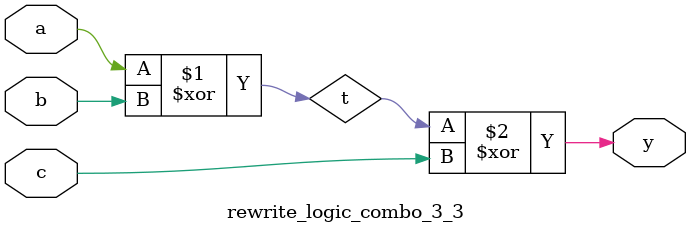
<source format=sv>
module rewrite_logic_combo_3_3(input logic a,b,c, output logic y);
  logic t;
  assign t = a ^ b;
  assign y = t ^ c;
endmodule

</source>
